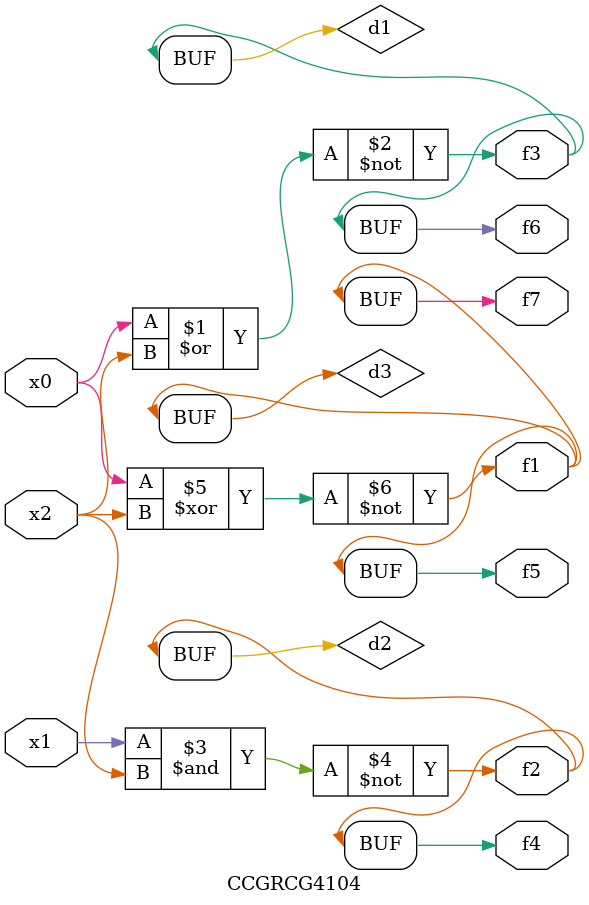
<source format=v>
module CCGRCG4104(
	input x0, x1, x2,
	output f1, f2, f3, f4, f5, f6, f7
);

	wire d1, d2, d3;

	nor (d1, x0, x2);
	nand (d2, x1, x2);
	xnor (d3, x0, x2);
	assign f1 = d3;
	assign f2 = d2;
	assign f3 = d1;
	assign f4 = d2;
	assign f5 = d3;
	assign f6 = d1;
	assign f7 = d3;
endmodule

</source>
